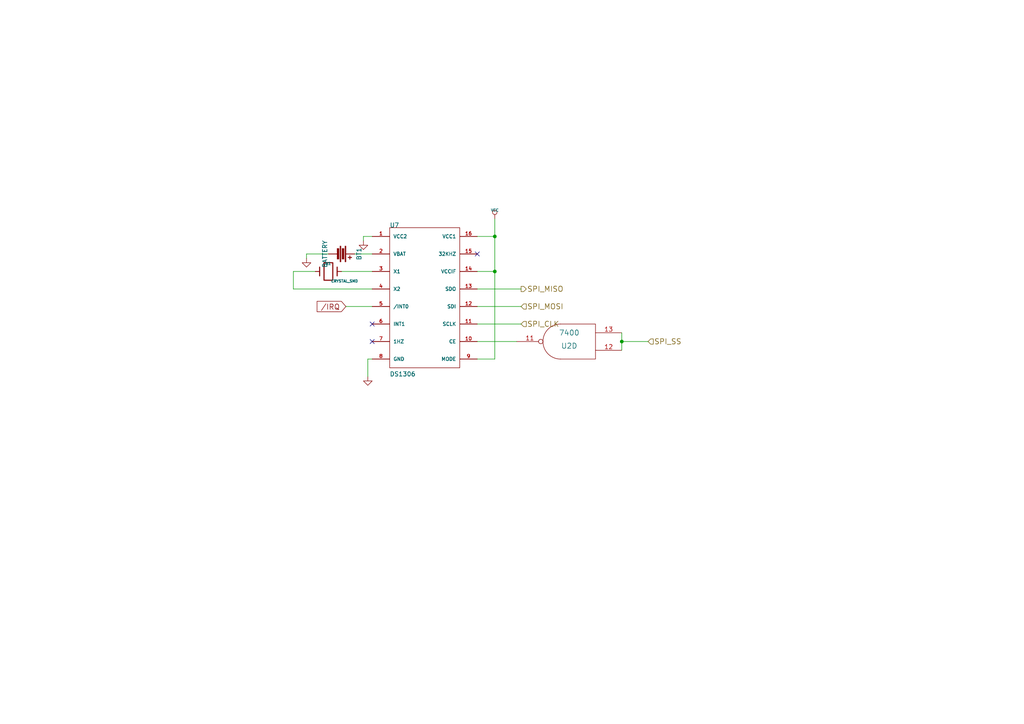
<source format=kicad_sch>
(kicad_sch (version 20211123) (generator eeschema)
  (paper "A4")
  (lib_symbols
    (symbol "io-rescue:7400" (pin_names (offset 0.762))
      (property "Reference" "U" (at 0 1.27 0))
      (property "Value" "7400" (at 0 -2.54 0))
      (symbol "7400_0_0"
        (pin power_in line (at -5.08 5.08 270) (length 0) hide (name "VCC") (number "14"))
        (pin power_in line (at -5.08 -5.08 90) (length 0) hide (name "GND") (number "7"))
      )
      (symbol "7400_0_1"
        (polyline (pts (xy 2.54 5.08) (xy -7.62 5.08) (xy -7.62 -5.08) (xy 2.54 -5.08)))
        (arc (start 2.54 -5.08) (mid 7.62 0) (end 2.54 5.08))
      )
      (symbol "7400_0_2"
        (arc (start -7.62 -5.08) (mid -5.2253 0) (end -7.62 5.08))
        (arc (start 0 -5.08) (mid 4.5408 -3.6305) (end 7.62 0))
        (polyline (pts (xy -7.62 -5.08) (xy 0 -5.08)))
        (polyline (pts (xy -7.62 5.08) (xy 0 5.08)))
        (arc (start 7.62 0) (mid 4.5343 3.6226) (end 0 5.08))
      )
      (symbol "7400_1_1"
        (pin input line (at -15.24 2.54 0) (length 7.62) (name "~") (number "1"))
        (pin input line (at -15.24 -2.54 0) (length 7.62) (name "~") (number "2"))
        (pin output inverted (at 15.24 0 180) (length 7.62) (name "~") (number "3"))
      )
      (symbol "7400_1_2"
        (pin input inverted (at -15.24 2.54 0) (length 9.398) (name "~") (number "1"))
        (pin input inverted (at -15.24 -2.54 0) (length 9.398) (name "~") (number "2"))
        (pin output line (at 15.24 0 180) (length 7.62) (name "~") (number "3"))
      )
      (symbol "7400_2_1"
        (pin input line (at -15.24 2.54 0) (length 7.62) (name "~") (number "4"))
        (pin input line (at -15.24 -2.54 0) (length 7.62) (name "~") (number "5"))
        (pin output inverted (at 15.24 0 180) (length 7.62) (name "~") (number "6"))
      )
      (symbol "7400_2_2"
        (pin input inverted (at -15.24 2.54 0) (length 9.398) (name "~") (number "4"))
        (pin input inverted (at -15.24 -2.54 0) (length 9.398) (name "~") (number "5"))
        (pin output line (at 15.24 0 180) (length 7.62) (name "~") (number "6"))
      )
      (symbol "7400_3_1"
        (pin input line (at -15.24 -2.54 0) (length 7.62) (name "~") (number "10"))
        (pin output inverted (at 15.24 0 180) (length 7.62) (name "~") (number "8"))
        (pin input line (at -15.24 2.54 0) (length 7.62) (name "~") (number "9"))
      )
      (symbol "7400_3_2"
        (pin input inverted (at -15.24 -2.54 0) (length 9.398) (name "~") (number "10"))
        (pin output line (at 15.24 0 180) (length 7.62) (name "~") (number "8"))
        (pin input inverted (at -15.24 2.54 0) (length 9.398) (name "~") (number "9"))
      )
      (symbol "7400_4_1"
        (pin output inverted (at 15.24 0 180) (length 7.62) (name "~") (number "11"))
        (pin input line (at -15.24 2.54 0) (length 7.62) (name "~") (number "12"))
        (pin input line (at -15.24 -2.54 0) (length 7.62) (name "~") (number "13"))
      )
      (symbol "7400_4_2"
        (pin output line (at 15.24 0 180) (length 7.62) (name "~") (number "11"))
        (pin input inverted (at -15.24 2.54 0) (length 9.398) (name "~") (number "12"))
        (pin input inverted (at -15.24 -2.54 0) (length 9.398) (name "~") (number "13"))
      )
    )
    (symbol "io-rescue:Battery" (pin_numbers hide) (pin_names (offset 0))
      (property "Reference" "BT" (at 2.54 1.27 0))
      (property "Value" "Battery" (at 2.54 -1.27 0))
      (symbol "Battery_0_1"
        (rectangle (start -2.286 -0.1778) (end 2.286 -0.4318) (fill (type outline)))
        (rectangle (start -2.286 1.27) (end 2.286 1.016) (fill (type outline)))
        (rectangle (start -1.5748 -0.762) (end 1.4732 -1.27) (fill (type outline)))
        (rectangle (start -1.5748 0.6858) (end 1.4732 0.1778) (fill (type outline)))
        (polyline (pts (xy 0.508 2.413) (xy 1.524 2.413)) (stroke (width 0.254)))
        (polyline (pts (xy 1.016 2.921) (xy 1.016 1.905)) (stroke (width 0.254)))
      )
      (symbol "Battery_1_1"
        (pin passive line (at 0 3.81 270) (length 2.54) (name "~") (number "1"))
        (pin passive line (at 0 -3.81 90) (length 2.54) (name "~") (number "2"))
      )
    )
    (symbol "io-rescue:Crystal" (pin_numbers hide) (pin_names (offset 1.016) hide)
      (property "Reference" "Y" (at 0 3.81 0))
      (property "Value" "Crystal" (at 0 -3.81 0))
      (symbol "Crystal_0_1"
        (rectangle (start -1.27 2.54) (end 1.27 -2.54) (stroke (width 0.3048)))
        (polyline (pts (xy -2.54 -1.27) (xy -2.54 1.27)) (stroke (width 0.3048)))
        (polyline (pts (xy 2.54 -1.27) (xy 2.54 1.27)) (stroke (width 0.3048)))
      )
      (symbol "Crystal_1_1"
        (pin passive line (at -3.81 0 0) (length 1.27) (name "1") (number "1"))
        (pin passive line (at 3.81 0 180) (length 1.27) (name "2") (number "2"))
      )
    )
    (symbol "io-rescue:DS1306-RESCUE-io" (pin_names (offset 1.016))
      (property "Reference" "IC" (at -10.16 20.32 0))
      (property "Value" "DS1306-RESCUE-io" (at -10.16 -22.86 0))
      (symbol "DS1306-RESCUE-io_1_0"
        (polyline (pts (xy -10.16 -20.32) (xy 10.16 -20.32)))
        (polyline (pts (xy -10.16 20.32) (xy -10.16 -20.32)))
        (polyline (pts (xy 10.16 -20.32) (xy 10.16 20.32)))
        (polyline (pts (xy 10.16 20.32) (xy -10.16 20.32)))
      )
      (symbol "DS1306-RESCUE-io_1_1"
        (pin power_in line (at -15.24 17.78 0) (length 5.08) (name "VCC2") (number "1"))
        (pin input line (at 15.24 -12.7 180) (length 5.08) (name "CE") (number "10"))
        (pin input line (at 15.24 -7.62 180) (length 5.08) (name "SCLK") (number "11"))
        (pin input line (at 15.24 -2.54 180) (length 5.08) (name "SDI") (number "12"))
        (pin output line (at 15.24 2.54 180) (length 5.08) (name "SDO") (number "13"))
        (pin power_in line (at 15.24 7.62 180) (length 5.08) (name "VCCIF") (number "14"))
        (pin output line (at 15.24 12.7 180) (length 5.08) (name "32KHZ") (number "15"))
        (pin power_in line (at 15.24 17.78 180) (length 5.08) (name "VCC1") (number "16"))
        (pin power_in line (at -15.24 12.7 0) (length 5.08) (name "VBAT") (number "2"))
        (pin input line (at -15.24 7.62 0) (length 5.08) (name "X1") (number "3"))
        (pin output line (at -15.24 2.54 0) (length 5.08) (name "X2") (number "4"))
        (pin output line (at -15.24 -2.54 0) (length 5.08) (name "/INT0") (number "5"))
        (pin output line (at -15.24 -7.62 0) (length 5.08) (name "INT1") (number "6"))
        (pin output line (at -15.24 -12.7 0) (length 5.08) (name "1HZ") (number "7"))
        (pin power_in line (at -15.24 -17.78 0) (length 5.08) (name "GND") (number "8"))
        (pin input line (at 15.24 -17.78 180) (length 5.08) (name "MODE") (number "9"))
      )
    )
    (symbol "io-rescue:GND" (power) (pin_names (offset 0))
      (property "Value" "GND" (at 0 -3.81 0))
      (symbol "GND_0_1"
        (polyline (pts (xy 0 0) (xy 0 -1.27) (xy 1.27 -1.27) (xy 0 -2.54) (xy -1.27 -1.27) (xy 0 -1.27)))
      )
      (symbol "GND_1_1"
        (pin power_in line (at 0 0 270) (length 0) hide (name "GND") (number "1"))
      )
    )
    (symbol "io-rescue:VCC" (power) (pin_names (offset 0))
      (property "Value" "VCC" (at 0 3.81 0))
      (symbol "VCC_0_1"
        (polyline (pts (xy 0 0) (xy 0 1.27)))
        (circle (center 0 1.905) (radius 0.635))
      )
      (symbol "VCC_1_1"
        (pin power_in line (at 0 0 90) (length 0) hide (name "VCC") (number "1"))
      )
    )
  )
  (junction (at 143.51 78.74))
  (junction (at 180.34 99.06))
  (junction (at 143.51 68.58))
  (no_connect (at 107.95 99.06))
  (no_connect (at 107.95 93.98))
  (no_connect (at 138.43 73.66))
  (wire (pts (xy 85.09 78.74) (xy 91.44 78.74)))
  (wire (pts (xy 143.51 104.14) (xy 138.43 104.14)))
  (wire (pts (xy 88.9 73.66) (xy 95.25 73.66)))
  (wire (pts (xy 143.51 63.5) (xy 143.51 68.58)))
  (wire (pts (xy 138.43 93.98) (xy 151.13 93.98)))
  (wire (pts (xy 143.51 78.74) (xy 138.43 78.74)))
  (wire (pts (xy 99.06 78.74) (xy 107.95 78.74)))
  (wire (pts (xy 180.34 99.06) (xy 180.34 101.6)))
  (wire (pts (xy 143.51 68.58) (xy 143.51 78.74)))
  (wire (pts (xy 107.95 68.58) (xy 105.41 68.58)))
  (wire (pts (xy 138.43 83.82) (xy 151.13 83.82)))
  (wire (pts (xy 107.95 104.14) (xy 106.68 104.14)))
  (wire (pts (xy 138.43 99.06) (xy 149.86 99.06)))
  (wire (pts (xy 180.34 96.52) (xy 180.34 99.06)))
  (wire (pts (xy 85.09 83.82) (xy 85.09 78.74)))
  (wire (pts (xy 106.68 104.14) (xy 106.68 109.22)))
  (wire (pts (xy 105.41 68.58) (xy 105.41 69.85)))
  (wire (pts (xy 138.43 88.9) (xy 151.13 88.9)))
  (wire (pts (xy 102.87 73.66) (xy 107.95 73.66)))
  (wire (pts (xy 180.34 99.06) (xy 187.96 99.06)))
  (wire (pts (xy 100.33 88.9) (xy 107.95 88.9)))
  (wire (pts (xy 88.9 74.93) (xy 88.9 73.66)))
  (wire (pts (xy 107.95 83.82) (xy 85.09 83.82)))
  (wire (pts (xy 143.51 78.74) (xy 143.51 104.14)))
  (wire (pts (xy 138.43 68.58) (xy 143.51 68.58)))
  (global_label "/IRQ" (shape input) (at 100.33 88.9 180) (effects (font (size 1.524 1.524))) (property "Intersheet References" "${INTERSHEET_REFS}" (effects hide)))
  (hierarchical_label "SPI_CLK" (shape input) (at 151.13 93.98 0) (effects (font (size 1.524 1.524))))
  (hierarchical_label "SPI_MOSI" (shape input) (at 151.13 88.9 0) (effects (font (size 1.524 1.524))))
  (hierarchical_label "SPI_SS" (shape input) (at 187.96 99.06 0) (effects (font (size 1.524 1.524))))
  (hierarchical_label "SPI_MISO" (shape output) (at 151.13 83.82 0) (effects (font (size 1.524 1.524))))
  (symbol (lib_id "io-rescue:DS1306-RESCUE-io") (at 123.19 86.36 0) (unit 1)
    (property "Reference" "U7" (at 113.03 66.04 0) (effects (justify left bottom)))
    (property "Value" "DS1306" (at 113.03 109.22 0) (effects (justify left bottom)))
    (property "Footprint" "Housings_DIP:DIP-16_W7.62mm_LongPads" (effects hide))
  )
  (symbol (lib_id "io-rescue:Crystal") (at 95.25 78.74 0) (unit 1)
    (property "Reference" "X1" (at 95.25 76.454 0) (effects (font (size 0.762 0.762))))
    (property "Value" "CRYSTAL_SMD" (at 96.012 81.534 0) (effects (font (size 0.762 0.762)) (justify left)))
    (property "Footprint" "Crystals:Crystal_Round_Vertical_3mm_BigPad" (effects hide))
  )
  (symbol (lib_id "io-rescue:GND") (at 106.68 109.22 0) (unit 1)
    (property "Reference" "#PWR037" (effects hide))
    (property "Value" "GND" (effects hide))
  )
  (symbol (lib_id "io-rescue:GND") (at 105.41 69.85 0) (unit 1)
    (property "Reference" "#PWR038" (effects hide))
    (property "Value" "GND" (effects hide))
  )
  (symbol (lib_id "io-rescue:VCC") (at 143.51 63.5 0) (unit 1)
    (property "Reference" "#PWR039" (effects hide))
    (property "Value" "VCC" (at 143.51 60.96 0) (effects (font (size 0.762 0.762))))
  )
  (symbol (lib_id "io-rescue:Battery") (at 99.06 73.66 270) (unit 1)
    (property "Reference" "BT1" (at 104.14 73.66 0))
    (property "Value" "BATTERY" (at 94.234 73.66 0))
    (property "Footprint" "Connect:CR2032H" (effects hide))
  )
  (symbol (lib_id "io-rescue:GND") (at 88.9 74.93 0) (unit 1)
    (property "Reference" "#PWR040" (effects hide))
    (property "Value" "GND" (effects hide))
  )
  (symbol (lib_id "io-rescue:7400") (at 165.1 99.06 180) (unit 4)
    (property "Reference" "U2" (at 165.1 100.33 0) (effects (font (size 1.524 1.524))))
    (property "Value" "7400" (at 165.1 96.52 0) (effects (font (size 1.524 1.524))))
    (property "Footprint" "Housings_DIP:DIP-14_W7.62mm_LongPads" (effects hide))
  )
)
</source>
